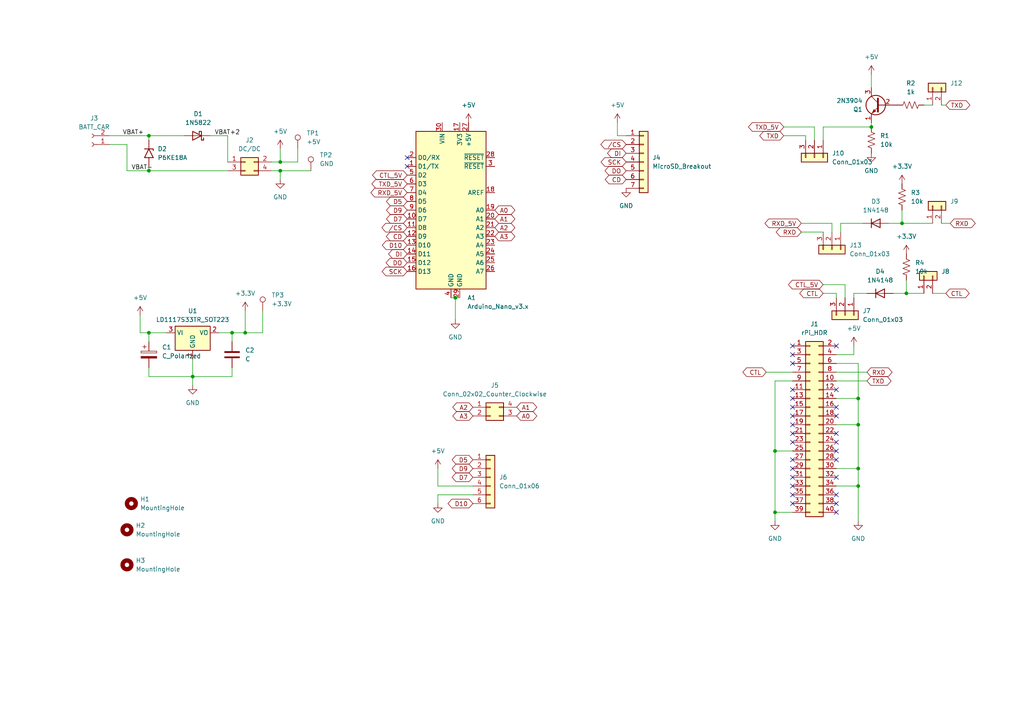
<source format=kicad_sch>
(kicad_sch (version 20230121) (generator eeschema)
  (paper "A4")
  (lib_symbols
    (symbol "Connector:Conn_01x02_Socket" (pin_names (offset 1.016) hide)
      (property "Reference" "J" (at 0 2.54 0))
      (property "Value" "Conn_01x02_Socket" (at 0 -5.08 0))
      (symbol "Conn_01x02_Socket_1_1"
        (arc (start 0 -2.032) (mid -0.5058 -2.54) (end 0 -3.048) (stroke (width 0.1524)))
        (polyline (pts (xy -1.27 -2.54) (xy -0.508 -2.54)) (stroke (width 0.1524)))
        (polyline (pts (xy -1.27 0) (xy -0.508 0)) (stroke (width 0.1524)))
        (arc (start 0 0.508) (mid -0.5058 0) (end 0 -0.508) (stroke (width 0.1524)))
        (pin passive line (at -5.08 0 0) (length 3.81) (name "Pin_1") (number "1"))
        (pin passive line (at -5.08 -2.54 0) (length 3.81) (name "Pin_2") (number "2"))
      )
    )
    (symbol "Connector:TestPoint" (pin_numbers hide) (pin_names (offset 0.762) hide)
      (property "Reference" "TP" (at 0 6.858 0))
      (property "Value" "TestPoint" (at 0 5.08 0))
      (symbol "TestPoint_0_1"
        (circle (center 0 3.302) (radius 0.762))
      )
      (symbol "TestPoint_1_1"
        (pin passive line (at 0 0 90) (length 2.54) (name "1") (number "1"))
      )
    )
    (symbol "Connector_Generic:Conn_01x02" (pin_names (offset 1.016) hide)
      (property "Reference" "J" (at 0 2.54 0))
      (property "Value" "Conn_01x02" (at 0 -5.08 0))
      (symbol "Conn_01x02_1_1"
        (rectangle (start -1.27 -2.413) (end 0 -2.667) (stroke (width 0.1524)))
        (rectangle (start -1.27 0.127) (end 0 -0.127) (stroke (width 0.1524)))
        (rectangle (start -1.27 1.27) (end 1.27 -3.81) (stroke (width 0.254)) (fill (type background)))
        (pin passive line (at -5.08 0 0) (length 3.81) (name "Pin_1") (number "1"))
        (pin passive line (at -5.08 -2.54 0) (length 3.81) (name "Pin_2") (number "2"))
      )
    )
    (symbol "Connector_Generic:Conn_01x03" (pin_names (offset 1.016) hide)
      (property "Reference" "J" (at 0 5.08 0))
      (property "Value" "Conn_01x03" (at 0 -5.08 0))
      (symbol "Conn_01x03_1_1"
        (rectangle (start -1.27 -2.413) (end 0 -2.667) (stroke (width 0.1524)))
        (rectangle (start -1.27 0.127) (end 0 -0.127) (stroke (width 0.1524)))
        (rectangle (start -1.27 2.667) (end 0 2.413) (stroke (width 0.1524)))
        (rectangle (start -1.27 3.81) (end 1.27 -3.81) (stroke (width 0.254)) (fill (type background)))
        (pin passive line (at -5.08 2.54 0) (length 3.81) (name "Pin_1") (number "1"))
        (pin passive line (at -5.08 0 0) (length 3.81) (name "Pin_2") (number "2"))
        (pin passive line (at -5.08 -2.54 0) (length 3.81) (name "Pin_3") (number "3"))
      )
    )
    (symbol "Connector_Generic:Conn_01x06" (pin_names (offset 1.016) hide)
      (property "Reference" "J" (at 0 7.62 0))
      (property "Value" "Conn_01x06" (at 0 -10.16 0))
      (symbol "Conn_01x06_1_1"
        (rectangle (start -1.27 -7.493) (end 0 -7.747) (stroke (width 0.1524)))
        (rectangle (start -1.27 -4.953) (end 0 -5.207) (stroke (width 0.1524)))
        (rectangle (start -1.27 -2.413) (end 0 -2.667) (stroke (width 0.1524)))
        (rectangle (start -1.27 0.127) (end 0 -0.127) (stroke (width 0.1524)))
        (rectangle (start -1.27 2.667) (end 0 2.413) (stroke (width 0.1524)))
        (rectangle (start -1.27 5.207) (end 0 4.953) (stroke (width 0.1524)))
        (rectangle (start -1.27 6.35) (end 1.27 -8.89) (stroke (width 0.254)) (fill (type background)))
        (pin passive line (at -5.08 5.08 0) (length 3.81) (name "Pin_1") (number "1"))
        (pin passive line (at -5.08 2.54 0) (length 3.81) (name "Pin_2") (number "2"))
        (pin passive line (at -5.08 0 0) (length 3.81) (name "Pin_3") (number "3"))
        (pin passive line (at -5.08 -2.54 0) (length 3.81) (name "Pin_4") (number "4"))
        (pin passive line (at -5.08 -5.08 0) (length 3.81) (name "Pin_5") (number "5"))
        (pin passive line (at -5.08 -7.62 0) (length 3.81) (name "Pin_6") (number "6"))
      )
    )
    (symbol "Connector_Generic:Conn_01x07" (pin_names (offset 1.016) hide)
      (property "Reference" "J" (at 0 10.16 0))
      (property "Value" "Conn_01x07" (at 0 -10.16 0))
      (symbol "Conn_01x07_1_1"
        (rectangle (start -1.27 -7.493) (end 0 -7.747) (stroke (width 0.1524)))
        (rectangle (start -1.27 -4.953) (end 0 -5.207) (stroke (width 0.1524)))
        (rectangle (start -1.27 -2.413) (end 0 -2.667) (stroke (width 0.1524)))
        (rectangle (start -1.27 0.127) (end 0 -0.127) (stroke (width 0.1524)))
        (rectangle (start -1.27 2.667) (end 0 2.413) (stroke (width 0.1524)))
        (rectangle (start -1.27 5.207) (end 0 4.953) (stroke (width 0.1524)))
        (rectangle (start -1.27 7.747) (end 0 7.493) (stroke (width 0.1524)))
        (rectangle (start -1.27 8.89) (end 1.27 -8.89) (stroke (width 0.254)) (fill (type background)))
        (pin passive line (at -5.08 7.62 0) (length 3.81) (name "Pin_1") (number "1"))
        (pin passive line (at -5.08 5.08 0) (length 3.81) (name "Pin_2") (number "2"))
        (pin passive line (at -5.08 2.54 0) (length 3.81) (name "Pin_3") (number "3"))
        (pin passive line (at -5.08 0 0) (length 3.81) (name "Pin_4") (number "4"))
        (pin passive line (at -5.08 -2.54 0) (length 3.81) (name "Pin_5") (number "5"))
        (pin passive line (at -5.08 -5.08 0) (length 3.81) (name "Pin_6") (number "6"))
        (pin passive line (at -5.08 -7.62 0) (length 3.81) (name "Pin_7") (number "7"))
      )
    )
    (symbol "Connector_Generic:Conn_02x02_Counter_Clockwise" (pin_names (offset 1.016) hide)
      (property "Reference" "J" (at 1.27 2.54 0))
      (property "Value" "Conn_02x02_Counter_Clockwise" (at 1.27 -5.08 0))
      (symbol "Conn_02x02_Counter_Clockwise_1_1"
        (rectangle (start -1.27 -2.413) (end 0 -2.667) (stroke (width 0.1524)))
        (rectangle (start -1.27 0.127) (end 0 -0.127) (stroke (width 0.1524)))
        (rectangle (start -1.27 1.27) (end 3.81 -3.81) (stroke (width 0.254)) (fill (type background)))
        (rectangle (start 3.81 -2.413) (end 2.54 -2.667) (stroke (width 0.1524)))
        (rectangle (start 3.81 0.127) (end 2.54 -0.127) (stroke (width 0.1524)))
        (pin passive line (at -5.08 0 0) (length 3.81) (name "Pin_1") (number "1"))
        (pin passive line (at -5.08 -2.54 0) (length 3.81) (name "Pin_2") (number "2"))
        (pin passive line (at 7.62 -2.54 180) (length 3.81) (name "Pin_3") (number "3"))
        (pin passive line (at 7.62 0 180) (length 3.81) (name "Pin_4") (number "4"))
      )
    )
    (symbol "Connector_Generic:Conn_02x02_Odd_Even" (pin_names (offset 1.016) hide)
      (property "Reference" "J" (at 1.27 2.54 0))
      (property "Value" "Conn_02x02_Odd_Even" (at 1.27 -5.08 0))
      (symbol "Conn_02x02_Odd_Even_1_1"
        (rectangle (start -1.27 -2.413) (end 0 -2.667) (stroke (width 0.1524)))
        (rectangle (start -1.27 0.127) (end 0 -0.127) (stroke (width 0.1524)))
        (rectangle (start -1.27 1.27) (end 3.81 -3.81) (stroke (width 0.254)) (fill (type background)))
        (rectangle (start 3.81 -2.413) (end 2.54 -2.667) (stroke (width 0.1524)))
        (rectangle (start 3.81 0.127) (end 2.54 -0.127) (stroke (width 0.1524)))
        (pin passive line (at -5.08 0 0) (length 3.81) (name "Pin_1") (number "1"))
        (pin passive line (at 7.62 0 180) (length 3.81) (name "Pin_2") (number "2"))
        (pin passive line (at -5.08 -2.54 0) (length 3.81) (name "Pin_3") (number "3"))
        (pin passive line (at 7.62 -2.54 180) (length 3.81) (name "Pin_4") (number "4"))
      )
    )
    (symbol "Connector_Generic:Conn_02x20_Odd_Even" (pin_names (offset 1.016) hide)
      (property "Reference" "J" (at 1.27 25.4 0))
      (property "Value" "Conn_02x20_Odd_Even" (at 1.27 -27.94 0))
      (symbol "Conn_02x20_Odd_Even_1_1"
        (rectangle (start -1.27 -25.273) (end 0 -25.527) (stroke (width 0.1524)))
        (rectangle (start -1.27 -22.733) (end 0 -22.987) (stroke (width 0.1524)))
        (rectangle (start -1.27 -20.193) (end 0 -20.447) (stroke (width 0.1524)))
        (rectangle (start -1.27 -17.653) (end 0 -17.907) (stroke (width 0.1524)))
        (rectangle (start -1.27 -15.113) (end 0 -15.367) (stroke (width 0.1524)))
        (rectangle (start -1.27 -12.573) (end 0 -12.827) (stroke (width 0.1524)))
        (rectangle (start -1.27 -10.033) (end 0 -10.287) (stroke (width 0.1524)))
        (rectangle (start -1.27 -7.493) (end 0 -7.747) (stroke (width 0.1524)))
        (rectangle (start -1.27 -4.953) (end 0 -5.207) (stroke (width 0.1524)))
        (rectangle (start -1.27 -2.413) (end 0 -2.667) (stroke (width 0.1524)))
        (rectangle (start -1.27 0.127) (end 0 -0.127) (stroke (width 0.1524)))
        (rectangle (start -1.27 2.667) (end 0 2.413) (stroke (width 0.1524)))
        (rectangle (start -1.27 5.207) (end 0 4.953) (stroke (width 0.1524)))
        (rectangle (start -1.27 7.747) (end 0 7.493) (stroke (width 0.1524)))
        (rectangle (start -1.27 10.287) (end 0 10.033) (stroke (width 0.1524)))
        (rectangle (start -1.27 12.827) (end 0 12.573) (stroke (width 0.1524)))
        (rectangle (start -1.27 15.367) (end 0 15.113) (stroke (width 0.1524)))
        (rectangle (start -1.27 17.907) (end 0 17.653) (stroke (width 0.1524)))
        (rectangle (start -1.27 20.447) (end 0 20.193) (stroke (width 0.1524)))
        (rectangle (start -1.27 22.987) (end 0 22.733) (stroke (width 0.1524)))
        (rectangle (start -1.27 24.13) (end 3.81 -26.67) (stroke (width 0.254)) (fill (type background)))
        (rectangle (start 3.81 -25.273) (end 2.54 -25.527) (stroke (width 0.1524)))
        (rectangle (start 3.81 -22.733) (end 2.54 -22.987) (stroke (width 0.1524)))
        (rectangle (start 3.81 -20.193) (end 2.54 -20.447) (stroke (width 0.1524)))
        (rectangle (start 3.81 -17.653) (end 2.54 -17.907) (stroke (width 0.1524)))
        (rectangle (start 3.81 -15.113) (end 2.54 -15.367) (stroke (width 0.1524)))
        (rectangle (start 3.81 -12.573) (end 2.54 -12.827) (stroke (width 0.1524)))
        (rectangle (start 3.81 -10.033) (end 2.54 -10.287) (stroke (width 0.1524)))
        (rectangle (start 3.81 -7.493) (end 2.54 -7.747) (stroke (width 0.1524)))
        (rectangle (start 3.81 -4.953) (end 2.54 -5.207) (stroke (width 0.1524)))
        (rectangle (start 3.81 -2.413) (end 2.54 -2.667) (stroke (width 0.1524)))
        (rectangle (start 3.81 0.127) (end 2.54 -0.127) (stroke (width 0.1524)))
        (rectangle (start 3.81 2.667) (end 2.54 2.413) (stroke (width 0.1524)))
        (rectangle (start 3.81 5.207) (end 2.54 4.953) (stroke (width 0.1524)))
        (rectangle (start 3.81 7.747) (end 2.54 7.493) (stroke (width 0.1524)))
        (rectangle (start 3.81 10.287) (end 2.54 10.033) (stroke (width 0.1524)))
        (rectangle (start 3.81 12.827) (end 2.54 12.573) (stroke (width 0.1524)))
        (rectangle (start 3.81 15.367) (end 2.54 15.113) (stroke (width 0.1524)))
        (rectangle (start 3.81 17.907) (end 2.54 17.653) (stroke (width 0.1524)))
        (rectangle (start 3.81 20.447) (end 2.54 20.193) (stroke (width 0.1524)))
        (rectangle (start 3.81 22.987) (end 2.54 22.733) (stroke (width 0.1524)))
        (pin passive line (at -5.08 22.86 0) (length 3.81) (name "Pin_1") (number "1"))
        (pin passive line (at 7.62 12.7 180) (length 3.81) (name "Pin_10") (number "10"))
        (pin passive line (at -5.08 10.16 0) (length 3.81) (name "Pin_11") (number "11"))
        (pin passive line (at 7.62 10.16 180) (length 3.81) (name "Pin_12") (number "12"))
        (pin passive line (at -5.08 7.62 0) (length 3.81) (name "Pin_13") (number "13"))
        (pin passive line (at 7.62 7.62 180) (length 3.81) (name "Pin_14") (number "14"))
        (pin passive line (at -5.08 5.08 0) (length 3.81) (name "Pin_15") (number "15"))
        (pin passive line (at 7.62 5.08 180) (length 3.81) (name "Pin_16") (number "16"))
        (pin passive line (at -5.08 2.54 0) (length 3.81) (name "Pin_17") (number "17"))
        (pin passive line (at 7.62 2.54 180) (length 3.81) (name "Pin_18") (number "18"))
        (pin passive line (at -5.08 0 0) (length 3.81) (name "Pin_19") (number "19"))
        (pin passive line (at 7.62 22.86 180) (length 3.81) (name "Pin_2") (number "2"))
        (pin passive line (at 7.62 0 180) (length 3.81) (name "Pin_20") (number "20"))
        (pin passive line (at -5.08 -2.54 0) (length 3.81) (name "Pin_21") (number "21"))
        (pin passive line (at 7.62 -2.54 180) (length 3.81) (name "Pin_22") (number "22"))
        (pin passive line (at -5.08 -5.08 0) (length 3.81) (name "Pin_23") (number "23"))
        (pin passive line (at 7.62 -5.08 180) (length 3.81) (name "Pin_24") (number "24"))
        (pin passive line (at -5.08 -7.62 0) (length 3.81) (name "Pin_25") (number "25"))
        (pin passive line (at 7.62 -7.62 180) (length 3.81) (name "Pin_26") (number "26"))
        (pin passive line (at -5.08 -10.16 0) (length 3.81) (name "Pin_27") (number "27"))
        (pin passive line (at 7.62 -10.16 180) (length 3.81) (name "Pin_28") (number "28"))
        (pin passive line (at -5.08 -12.7 0) (length 3.81) (name "Pin_29") (number "29"))
        (pin passive line (at -5.08 20.32 0) (length 3.81) (name "Pin_3") (number "3"))
        (pin passive line (at 7.62 -12.7 180) (length 3.81) (name "Pin_30") (number "30"))
        (pin passive line (at -5.08 -15.24 0) (length 3.81) (name "Pin_31") (number "31"))
        (pin passive line (at 7.62 -15.24 180) (length 3.81) (name "Pin_32") (number "32"))
        (pin passive line (at -5.08 -17.78 0) (length 3.81) (name "Pin_33") (number "33"))
        (pin passive line (at 7.62 -17.78 180) (length 3.81) (name "Pin_34") (number "34"))
        (pin passive line (at -5.08 -20.32 0) (length 3.81) (name "Pin_35") (number "35"))
        (pin passive line (at 7.62 -20.32 180) (length 3.81) (name "Pin_36") (number "36"))
        (pin passive line (at -5.08 -22.86 0) (length 3.81) (name "Pin_37") (number "37"))
        (pin passive line (at 7.62 -22.86 180) (length 3.81) (name "Pin_38") (number "38"))
        (pin passive line (at -5.08 -25.4 0) (length 3.81) (name "Pin_39") (number "39"))
        (pin passive line (at 7.62 20.32 180) (length 3.81) (name "Pin_4") (number "4"))
        (pin passive line (at 7.62 -25.4 180) (length 3.81) (name "Pin_40") (number "40"))
        (pin passive line (at -5.08 17.78 0) (length 3.81) (name "Pin_5") (number "5"))
        (pin passive line (at 7.62 17.78 180) (length 3.81) (name "Pin_6") (number "6"))
        (pin passive line (at -5.08 15.24 0) (length 3.81) (name "Pin_7") (number "7"))
        (pin passive line (at 7.62 15.24 180) (length 3.81) (name "Pin_8") (number "8"))
        (pin passive line (at -5.08 12.7 0) (length 3.81) (name "Pin_9") (number "9"))
      )
    )
    (symbol "Device:C" (pin_numbers hide) (pin_names (offset 0.254))
      (property "Reference" "C" (at 0.635 2.54 0))
      (property "Value" "C" (at 0.635 -2.54 0))
      (symbol "C_0_1"
        (polyline (pts (xy -2.032 -0.762) (xy 2.032 -0.762)) (stroke (width 0.508)))
        (polyline (pts (xy -2.032 0.762) (xy 2.032 0.762)) (stroke (width 0.508)))
      )
      (symbol "C_1_1"
        (pin passive line (at 0 3.81 270) (length 2.794) (name "~") (number "1"))
        (pin passive line (at 0 -3.81 90) (length 2.794) (name "~") (number "2"))
      )
    )
    (symbol "Device:C_Polarized" (pin_numbers hide) (pin_names (offset 0.254))
      (property "Reference" "C" (at 0.635 2.54 0))
      (property "Value" "C_Polarized" (at 0.635 -2.54 0))
      (symbol "C_Polarized_0_1"
        (rectangle (start -2.286 0.508) (end 2.286 1.016))
        (polyline (pts (xy -1.778 2.286) (xy -0.762 2.286)))
        (polyline (pts (xy -1.27 2.794) (xy -1.27 1.778)))
        (rectangle (start 2.286 -0.508) (end -2.286 -1.016) (fill (type outline)))
      )
      (symbol "C_Polarized_1_1"
        (pin passive line (at 0 3.81 270) (length 2.794) (name "~") (number "1"))
        (pin passive line (at 0 -3.81 90) (length 2.794) (name "~") (number "2"))
      )
    )
    (symbol "Device:R_US" (pin_numbers hide) (pin_names (offset 0))
      (property "Reference" "R" (at 2.54 0 90))
      (property "Value" "R_US" (at -2.54 0 90))
      (symbol "R_US_0_1"
        (polyline (pts (xy 0 -2.286) (xy 0 -2.54)))
        (polyline (pts (xy 0 2.286) (xy 0 2.54)))
        (polyline (pts (xy 0 -0.762) (xy 1.016 -1.143) (xy 0 -1.524) (xy -1.016 -1.905) (xy 0 -2.286)))
        (polyline (pts (xy 0 0.762) (xy 1.016 0.381) (xy 0 0) (xy -1.016 -0.381) (xy 0 -0.762)))
        (polyline (pts (xy 0 2.286) (xy 1.016 1.905) (xy 0 1.524) (xy -1.016 1.143) (xy 0 0.762)))
      )
      (symbol "R_US_1_1"
        (pin passive line (at 0 3.81 270) (length 1.27) (name "~") (number "1"))
        (pin passive line (at 0 -3.81 90) (length 1.27) (name "~") (number "2"))
      )
    )
    (symbol "Diode:1.5KExxA" (pin_numbers hide) (pin_names (offset 1.016) hide)
      (property "Reference" "D" (at 0 2.54 0))
      (property "Value" "1.5KExxA" (at 0 -2.54 0))
      (symbol "1.5KExxA_0_1"
        (polyline (pts (xy -0.762 1.27) (xy -1.27 1.27) (xy -1.27 -1.27)) (stroke (width 0.254)))
        (polyline (pts (xy 1.27 1.27) (xy 1.27 -1.27) (xy -1.27 0) (xy 1.27 1.27)) (stroke (width 0.254)))
      )
      (symbol "1.5KExxA_1_1"
        (pin passive line (at -3.81 0 0) (length 2.54) (name "A1") (number "1"))
        (pin passive line (at 3.81 0 180) (length 2.54) (name "A2") (number "2"))
      )
    )
    (symbol "Diode:1N4148" (pin_numbers hide) (pin_names hide)
      (property "Reference" "D" (at 0 2.54 0))
      (property "Value" "1N4148" (at 0 -2.54 0))
      (symbol "1N4148_0_1"
        (polyline (pts (xy -1.27 1.27) (xy -1.27 -1.27)) (stroke (width 0.254)))
        (polyline (pts (xy 1.27 0) (xy -1.27 0)))
        (polyline (pts (xy 1.27 1.27) (xy 1.27 -1.27) (xy -1.27 0) (xy 1.27 1.27)) (stroke (width 0.254)))
      )
      (symbol "1N4148_1_1"
        (pin passive line (at -3.81 0 0) (length 2.54) (name "K") (number "1"))
        (pin passive line (at 3.81 0 180) (length 2.54) (name "A") (number "2"))
      )
    )
    (symbol "Diode:1N5822" (pin_numbers hide) (pin_names (offset 1.016) hide)
      (property "Reference" "D" (at 0 2.54 0))
      (property "Value" "1N5822" (at 0 -2.54 0))
      (symbol "1N5822_0_1"
        (polyline (pts (xy 1.27 0) (xy -1.27 0)))
        (polyline (pts (xy 1.27 1.27) (xy 1.27 -1.27) (xy -1.27 0) (xy 1.27 1.27)) (stroke (width 0.254)))
        (polyline (pts (xy -1.905 0.635) (xy -1.905 1.27) (xy -1.27 1.27) (xy -1.27 -1.27) (xy -0.635 -1.27) (xy -0.635 -0.635)) (stroke (width 0.254)))
      )
      (symbol "1N5822_1_1"
        (pin passive line (at -3.81 0 0) (length 2.54) (name "K") (number "1"))
        (pin passive line (at 3.81 0 180) (length 2.54) (name "A") (number "2"))
      )
    )
    (symbol "MCU_Module:Arduino_Nano_v3.x"
      (property "Reference" "A" (at -10.16 23.495 0))
      (property "Value" "Arduino_Nano_v3.x" (at 5.08 -24.13 0))
      (symbol "Arduino_Nano_v3.x_0_1"
        (rectangle (start -10.16 22.86) (end 10.16 -22.86) (stroke (width 0.254)) (fill (type background)))
      )
      (symbol "Arduino_Nano_v3.x_1_1"
        (pin bidirectional line (at -12.7 12.7 0) (length 2.54) (name "D1/TX") (number "1"))
        (pin bidirectional line (at -12.7 -2.54 0) (length 2.54) (name "D7") (number "10"))
        (pin bidirectional line (at -12.7 -5.08 0) (length 2.54) (name "D8") (number "11"))
        (pin bidirectional line (at -12.7 -7.62 0) (length 2.54) (name "D9") (number "12"))
        (pin bidirectional line (at -12.7 -10.16 0) (length 2.54) (name "D10") (number "13"))
        (pin bidirectional line (at -12.7 -12.7 0) (length 2.54) (name "D11") (number "14"))
        (pin bidirectional line (at -12.7 -15.24 0) (length 2.54) (name "D12") (number "15"))
        (pin bidirectional line (at -12.7 -17.78 0) (length 2.54) (name "D13") (number "16"))
        (pin power_out line (at 2.54 25.4 270) (length 2.54) (name "3V3") (number "17"))
        (pin input line (at 12.7 5.08 180) (length 2.54) (name "AREF") (number "18"))
        (pin bidirectional line (at 12.7 0 180) (length 2.54) (name "A0") (number "19"))
        (pin bidirectional line (at -12.7 15.24 0) (length 2.54) (name "D0/RX") (number "2"))
        (pin bidirectional line (at 12.7 -2.54 180) (length 2.54) (name "A1") (number "20"))
        (pin bidirectional line (at 12.7 -5.08 180) (length 2.54) (name "A2") (number "21"))
        (pin bidirectional line (at 12.7 -7.62 180) (length 2.54) (name "A3") (number "22"))
        (pin bidirectional line (at 12.7 -10.16 180) (length 2.54) (name "A4") (number "23"))
        (pin bidirectional line (at 12.7 -12.7 180) (length 2.54) (name "A5") (number "24"))
        (pin bidirectional line (at 12.7 -15.24 180) (length 2.54) (name "A6") (number "25"))
        (pin bidirectional line (at 12.7 -17.78 180) (length 2.54) (name "A7") (number "26"))
        (pin power_out line (at 5.08 25.4 270) (length 2.54) (name "+5V") (number "27"))
        (pin input line (at 12.7 15.24 180) (length 2.54) (name "~{RESET}") (number "28"))
        (pin power_in line (at 2.54 -25.4 90) (length 2.54) (name "GND") (number "29"))
        (pin input line (at 12.7 12.7 180) (length 2.54) (name "~{RESET}") (number "3"))
        (pin power_in line (at -2.54 25.4 270) (length 2.54) (name "VIN") (number "30"))
        (pin power_in line (at 0 -25.4 90) (length 2.54) (name "GND") (number "4"))
        (pin bidirectional line (at -12.7 10.16 0) (length 2.54) (name "D2") (number "5"))
        (pin bidirectional line (at -12.7 7.62 0) (length 2.54) (name "D3") (number "6"))
        (pin bidirectional line (at -12.7 5.08 0) (length 2.54) (name "D4") (number "7"))
        (pin bidirectional line (at -12.7 2.54 0) (length 2.54) (name "D5") (number "8"))
        (pin bidirectional line (at -12.7 0 0) (length 2.54) (name "D6") (number "9"))
      )
    )
    (symbol "Mechanical:MountingHole" (pin_names (offset 1.016))
      (property "Reference" "H" (at 0 5.08 0))
      (property "Value" "MountingHole" (at 0 3.175 0))
      (symbol "MountingHole_0_1"
        (circle (center 0 0) (radius 1.27) (stroke (width 1.27)))
      )
    )
    (symbol "Regulator_Linear:LD1117S33TR_SOT223"
      (property "Reference" "U" (at -3.81 3.175 0))
      (property "Value" "LD1117S33TR_SOT223" (at 0 3.175 0))
      (symbol "LD1117S33TR_SOT223_0_1"
        (rectangle (start -5.08 -5.08) (end 5.08 1.905) (stroke (width 0.254)) (fill (type background)))
      )
      (symbol "LD1117S33TR_SOT223_1_1"
        (pin power_in line (at 0 -7.62 90) (length 2.54) (name "GND") (number "1"))
        (pin power_out line (at 7.62 0 180) (length 2.54) (name "VO") (number "2"))
        (pin power_in line (at -7.62 0 0) (length 2.54) (name "VI") (number "3"))
      )
    )
    (symbol "Transistor_BJT:2N3904" (pin_names (offset 0) hide)
      (property "Reference" "Q" (at 5.08 1.905 0))
      (property "Value" "2N3904" (at 5.08 0 0))
      (symbol "2N3904_0_1"
        (polyline (pts (xy 0.635 0.635) (xy 2.54 2.54)))
        (polyline (pts (xy 0.635 -0.635) (xy 2.54 -2.54) (xy 2.54 -2.54)))
        (polyline (pts (xy 0.635 1.905) (xy 0.635 -1.905) (xy 0.635 -1.905)) (stroke (width 0.508)))
        (polyline (pts (xy 1.27 -1.778) (xy 1.778 -1.27) (xy 2.286 -2.286) (xy 1.27 -1.778) (xy 1.27 -1.778)) (fill (type outline)))
        (circle (center 1.27 0) (radius 2.8194) (stroke (width 0.254)))
      )
      (symbol "2N3904_1_1"
        (pin passive line (at 2.54 -5.08 90) (length 2.54) (name "E") (number "1"))
        (pin passive line (at -5.08 0 0) (length 5.715) (name "B") (number "2"))
        (pin passive line (at 2.54 5.08 270) (length 2.54) (name "C") (number "3"))
      )
    )
    (symbol "power:+3.3V" (power) (pin_names (offset 0))
      (property "Value" "+3.3V" (at 0 3.556 0))
      (symbol "+3.3V_0_1"
        (polyline (pts (xy -0.762 1.27) (xy 0 2.54)))
        (polyline (pts (xy 0 0) (xy 0 2.54)))
        (polyline (pts (xy 0 2.54) (xy 0.762 1.27)))
      )
      (symbol "+3.3V_1_1"
        (pin power_in line (at 0 0 90) (length 0) hide (name "+3.3V") (number "1"))
      )
    )
    (symbol "power:+5V" (power) (pin_names (offset 0))
      (property "Value" "+5V" (at 0 3.556 0))
      (symbol "+5V_0_1"
        (polyline (pts (xy -0.762 1.27) (xy 0 2.54)))
        (polyline (pts (xy 0 0) (xy 0 2.54)))
        (polyline (pts (xy 0 2.54) (xy 0.762 1.27)))
      )
      (symbol "+5V_1_1"
        (pin power_in line (at 0 0 90) (length 0) hide (name "+5V") (number "1"))
      )
    )
    (symbol "power:GND" (power) (pin_names (offset 0))
      (property "Value" "GND" (at 0 -3.81 0))
      (symbol "GND_0_1"
        (polyline (pts (xy 0 0) (xy 0 -1.27) (xy 1.27 -1.27) (xy 0 -2.54) (xy -1.27 -1.27) (xy 0 -1.27)))
      )
      (symbol "GND_1_1"
        (pin power_in line (at 0 0 270) (length 0) hide (name "GND") (number "1"))
      )
    )
  )
  (junction (at 71.12 96.52))
  (junction (at 132.08 86.36))
  (junction (at 81.28 46.99))
  (junction (at 248.92 123.19))
  (junction (at 261.62 64.77))
  (junction (at 43.18 96.52))
  (junction (at 248.92 115.57))
  (junction (at 262.89 85.09))
  (junction (at 43.18 39.37))
  (junction (at 248.92 140.97))
  (junction (at 224.79 130.81))
  (junction (at 224.79 148.59))
  (junction (at 43.18 49.53))
  (junction (at 81.28 49.53))
  (junction (at 55.88 109.22))
  (junction (at 252.73 36.83))
  (junction (at 248.92 135.89))
  (junction (at 67.31 96.52))
  (no_connect (at 229.87 113.03))
  (no_connect (at 229.87 105.41))
  (no_connect (at 242.57 130.81))
  (no_connect (at 229.87 135.89))
  (no_connect (at 242.57 118.11))
  (no_connect (at 229.87 146.05))
  (no_connect (at 229.87 128.27))
  (no_connect (at 242.57 146.05))
  (no_connect (at 229.87 140.97))
  (no_connect (at 242.57 125.73))
  (no_connect (at 229.87 118.11))
  (no_connect (at 118.11 45.72))
  (no_connect (at 229.87 123.19))
  (no_connect (at 229.87 120.65))
  (no_connect (at 242.57 138.43))
  (no_connect (at 242.57 113.03))
  (no_connect (at 242.57 143.51))
  (no_connect (at 229.87 102.87))
  (no_connect (at 229.87 100.33))
  (no_connect (at 242.57 133.35))
  (no_connect (at 118.11 48.26))
  (no_connect (at 229.87 133.35))
  (no_connect (at 229.87 138.43))
  (no_connect (at 242.57 148.59))
  (no_connect (at 242.57 128.27))
  (no_connect (at 229.87 125.73))
  (no_connect (at 229.87 115.57))
  (no_connect (at 242.57 120.65))
  (no_connect (at 229.87 143.51))
  (no_connect (at 242.57 100.33))
  (wire (pts (xy 55.88 109.22) (xy 55.88 104.14)))
  (wire (pts (xy 238.76 85.09) (xy 242.57 85.09)))
  (wire (pts (xy 274.32 85.09) (xy 270.51 85.09)))
  (wire (pts (xy 252.73 36.83) (xy 252.73 35.56)))
  (wire (pts (xy 248.92 105.41) (xy 248.92 115.57)))
  (wire (pts (xy 248.92 135.89) (xy 248.92 140.97)))
  (wire (pts (xy 137.16 143.51) (xy 127 143.51)))
  (wire (pts (xy 67.31 96.52) (xy 71.12 96.52)))
  (wire (pts (xy 132.08 86.36) (xy 130.81 86.36)))
  (wire (pts (xy 275.59 64.77) (xy 273.05 64.77)))
  (wire (pts (xy 43.18 39.37) (xy 43.18 40.64)))
  (wire (pts (xy 267.97 85.09) (xy 262.89 85.09)))
  (wire (pts (xy 242.57 107.95) (xy 251.46 107.95)))
  (wire (pts (xy 245.11 82.55) (xy 245.11 86.36)))
  (wire (pts (xy 43.18 106.68) (xy 43.18 109.22)))
  (wire (pts (xy 259.08 85.09) (xy 262.89 85.09)))
  (wire (pts (xy 242.57 110.49) (xy 251.46 110.49)))
  (wire (pts (xy 222.25 107.95) (xy 229.87 107.95)))
  (wire (pts (xy 76.2 96.52) (xy 71.12 96.52)))
  (wire (pts (xy 267.97 30.48) (xy 270.51 30.48)))
  (wire (pts (xy 247.65 85.09) (xy 247.65 86.36)))
  (wire (pts (xy 243.84 64.77) (xy 243.84 67.31)))
  (wire (pts (xy 78.74 49.53) (xy 81.28 49.53)))
  (wire (pts (xy 229.87 130.81) (xy 224.79 130.81)))
  (wire (pts (xy 242.57 85.09) (xy 242.57 86.36)))
  (wire (pts (xy 67.31 106.68) (xy 67.31 109.22)))
  (wire (pts (xy 233.68 39.37) (xy 227.33 39.37)))
  (wire (pts (xy 76.2 90.17) (xy 76.2 96.52)))
  (wire (pts (xy 36.83 49.53) (xy 43.18 49.53)))
  (wire (pts (xy 248.92 123.19) (xy 248.92 135.89)))
  (wire (pts (xy 71.12 96.52) (xy 71.12 90.17)))
  (wire (pts (xy 261.62 64.77) (xy 261.62 60.96)))
  (wire (pts (xy 43.18 109.22) (xy 55.88 109.22)))
  (wire (pts (xy 229.87 148.59) (xy 224.79 148.59)))
  (wire (pts (xy 229.87 110.49) (xy 224.79 110.49)))
  (wire (pts (xy 248.92 140.97) (xy 248.92 151.13)))
  (wire (pts (xy 86.36 43.18) (xy 86.36 46.99)))
  (wire (pts (xy 81.28 43.18) (xy 81.28 46.99)))
  (wire (pts (xy 127 140.97) (xy 127 135.89)))
  (wire (pts (xy 224.79 148.59) (xy 224.79 151.13)))
  (wire (pts (xy 36.83 41.91) (xy 36.83 49.53)))
  (wire (pts (xy 232.41 67.31) (xy 238.76 67.31)))
  (wire (pts (xy 270.51 64.77) (xy 261.62 64.77)))
  (wire (pts (xy 40.64 96.52) (xy 40.64 91.44)))
  (wire (pts (xy 86.36 46.99) (xy 81.28 46.99)))
  (wire (pts (xy 257.81 64.77) (xy 261.62 64.77)))
  (wire (pts (xy 55.88 109.22) (xy 67.31 109.22)))
  (wire (pts (xy 63.5 96.52) (xy 67.31 96.52)))
  (wire (pts (xy 31.75 41.91) (xy 36.83 41.91)))
  (wire (pts (xy 233.68 40.64) (xy 233.68 39.37)))
  (wire (pts (xy 250.19 64.77) (xy 243.84 64.77)))
  (wire (pts (xy 238.76 82.55) (xy 245.11 82.55)))
  (wire (pts (xy 66.04 39.37) (xy 66.04 46.99)))
  (wire (pts (xy 242.57 135.89) (xy 248.92 135.89)))
  (wire (pts (xy 247.65 102.87) (xy 242.57 102.87)))
  (wire (pts (xy 60.96 39.37) (xy 66.04 39.37)))
  (wire (pts (xy 242.57 105.41) (xy 248.92 105.41)))
  (wire (pts (xy 262.89 85.09) (xy 262.89 81.28)))
  (wire (pts (xy 242.57 123.19) (xy 248.92 123.19)))
  (wire (pts (xy 252.73 21.59) (xy 252.73 25.4)))
  (wire (pts (xy 48.26 96.52) (xy 43.18 96.52)))
  (wire (pts (xy 232.41 64.77) (xy 241.3 64.77)))
  (wire (pts (xy 247.65 100.33) (xy 247.65 102.87)))
  (wire (pts (xy 241.3 64.77) (xy 241.3 67.31)))
  (wire (pts (xy 224.79 130.81) (xy 224.79 148.59)))
  (wire (pts (xy 236.22 36.83) (xy 236.22 40.64)))
  (wire (pts (xy 43.18 48.26) (xy 43.18 49.53)))
  (wire (pts (xy 227.33 36.83) (xy 236.22 36.83)))
  (wire (pts (xy 43.18 96.52) (xy 43.18 99.06)))
  (wire (pts (xy 238.76 36.83) (xy 238.76 40.64)))
  (wire (pts (xy 81.28 49.53) (xy 81.28 52.07)))
  (wire (pts (xy 133.35 86.36) (xy 132.08 86.36)))
  (wire (pts (xy 242.57 140.97) (xy 248.92 140.97)))
  (wire (pts (xy 137.16 140.97) (xy 127 140.97)))
  (wire (pts (xy 224.79 110.49) (xy 224.79 130.81)))
  (wire (pts (xy 127 143.51) (xy 127 146.05)))
  (wire (pts (xy 242.57 115.57) (xy 248.92 115.57)))
  (wire (pts (xy 132.08 86.36) (xy 132.08 92.71)))
  (wire (pts (xy 251.46 85.09) (xy 247.65 85.09)))
  (wire (pts (xy 43.18 96.52) (xy 40.64 96.52)))
  (wire (pts (xy 67.31 96.52) (xy 67.31 99.06)))
  (wire (pts (xy 81.28 46.99) (xy 78.74 46.99)))
  (wire (pts (xy 31.75 39.37) (xy 43.18 39.37)))
  (wire (pts (xy 90.17 49.53) (xy 81.28 49.53)))
  (wire (pts (xy 238.76 36.83) (xy 252.73 36.83)))
  (wire (pts (xy 43.18 39.37) (xy 53.34 39.37)))
  (wire (pts (xy 248.92 115.57) (xy 248.92 123.19)))
  (wire (pts (xy 55.88 111.76) (xy 55.88 109.22)))
  (wire (pts (xy 179.07 39.37) (xy 179.07 35.56)))
  (wire (pts (xy 181.61 39.37) (xy 179.07 39.37)))
  (wire (pts (xy 43.18 49.53) (xy 66.04 49.53)))
  (wire (pts (xy 273.05 30.48) (xy 274.32 30.48)))
  (label "VBAT+" (at 35.56 39.37 0))
  (label "VBAT-" (at 38.1 49.53 0))
  (label "VBAT+2" (at 62.23 39.37 0))
  (global_label "A3" (shape bidirectional) (at 143.51 68.58 0) (property "Intersheetrefs" "${INTERSHEET_REFS}" (effects hide)))
  (global_label "A3" (shape bidirectional) (at 137.16 120.65 180) (property "Intersheetrefs" "${INTERSHEET_REFS}" (effects hide)))
  (global_label "D7" (shape bidirectional) (at 137.16 138.43 180) (property "Intersheetrefs" "${INTERSHEET_REFS}" (effects hide)))
  (global_label "A2" (shape bidirectional) (at 137.16 118.11 180) (property "Intersheetrefs" "${INTERSHEET_REFS}" (effects hide)))
  (global_label "D10" (shape bidirectional) (at 118.11 71.12 180) (property "Intersheetrefs" "${INTERSHEET_REFS}" (effects hide)))
  (global_label "DO" (shape bidirectional) (at 118.11 76.2 180) (property "Intersheetrefs" "${INTERSHEET_REFS}" (effects hide)))
  (global_label "CD" (shape bidirectional) (at 118.11 68.58 180) (property "Intersheetrefs" "${INTERSHEET_REFS}" (effects hide)))
  (global_label "D5" (shape bidirectional) (at 118.11 58.42 180) (property "Intersheetrefs" "${INTERSHEET_REFS}" (effects hide)))
  (global_label "TXD_5V" (shape bidirectional) (at 118.11 53.34 180) (property "Intersheetrefs" "${INTERSHEET_REFS}" (effects hide)))
  (global_label "TXD" (shape bidirectional) (at 274.32 30.48 0) (property "Intersheetrefs" "${INTERSHEET_REFS}" (effects hide)))
  (global_label "RXD_5V" (shape bidirectional) (at 232.41 64.77 180) (property "Intersheetrefs" "${INTERSHEET_REFS}" (effects hide)))
  (global_label "DI" (shape bidirectional) (at 118.11 73.66 180) (property "Intersheetrefs" "${INTERSHEET_REFS}" (effects hide)))
  (global_label "DI" (shape bidirectional) (at 181.61 44.45 180) (property "Intersheetrefs" "${INTERSHEET_REFS}" (effects hide)))
  (global_label "D9" (shape bidirectional) (at 118.11 60.96 180) (property "Intersheetrefs" "${INTERSHEET_REFS}" (effects hide)))
  (global_label "{slash}CS" (shape bidirectional) (at 118.11 66.04 180) (property "Intersheetrefs" "${INTERSHEET_REFS}" (effects hide)))
  (global_label "CTL" (shape bidirectional) (at 274.32 85.09 0) (property "Intersheetrefs" "${INTERSHEET_REFS}" (effects hide)))
  (global_label "D9" (shape bidirectional) (at 137.16 135.89 180) (property "Intersheetrefs" "${INTERSHEET_REFS}" (effects hide)))
  (global_label "SCK" (shape bidirectional) (at 181.61 46.99 180) (property "Intersheetrefs" "${INTERSHEET_REFS}" (effects hide)))
  (global_label "A1" (shape bidirectional) (at 149.86 118.11 0) (property "Intersheetrefs" "${INTERSHEET_REFS}" (effects hide)))
  (global_label "CTL" (shape bidirectional) (at 238.76 85.09 180) (property "Intersheetrefs" "${INTERSHEET_REFS}" (effects hide)))
  (global_label "TXD" (shape bidirectional) (at 227.33 39.37 180) (property "Intersheetrefs" "${INTERSHEET_REFS}" (effects hide)))
  (global_label "A1" (shape bidirectional) (at 143.51 63.5 0) (property "Intersheetrefs" "${INTERSHEET_REFS}" (effects hide)))
  (global_label "CTL" (shape bidirectional) (at 222.25 107.95 180) (property "Intersheetrefs" "${INTERSHEET_REFS}" (effects hide)))
  (global_label "RXD" (shape bidirectional) (at 232.41 67.31 180) (property "Intersheetrefs" "${INTERSHEET_REFS}" (effects hide)))
  (global_label "D5" (shape bidirectional) (at 137.16 133.35 180) (property "Intersheetrefs" "${INTERSHEET_REFS}" (effects hide)))
  (global_label "CTL_5V" (shape bidirectional) (at 238.76 82.55 180) (property "Intersheetrefs" "${INTERSHEET_REFS}" (effects hide)))
  (global_label "A2" (shape bidirectional) (at 143.51 66.04 0) (property "Intersheetrefs" "${INTERSHEET_REFS}" (effects hide)))
  (global_label "CD" (shape bidirectional) (at 181.61 52.07 180) (property "Intersheetrefs" "${INTERSHEET_REFS}" (effects hide)))
  (global_label "A0" (shape bidirectional) (at 149.86 120.65 0) (property "Intersheetrefs" "${INTERSHEET_REFS}" (effects hide)))
  (global_label "RXD" (shape bidirectional) (at 275.59 64.77 0) (property "Intersheetrefs" "${INTERSHEET_REFS}" (effects hide)))
  (global_label "A0" (shape bidirectional) (at 143.51 60.96 0) (property "Intersheetrefs" "${INTERSHEET_REFS}" (effects hide)))
  (global_label "TXD" (shape bidirectional) (at 251.46 110.49 0) (property "Intersheetrefs" "${INTERSHEET_REFS}" (effects hide)))
  (global_label "D7" (shape bidirectional) (at 118.11 63.5 180) (property "Intersheetrefs" "${INTERSHEET_REFS}" (effects hide)))
  (global_label "SCK" (shape bidirectional) (at 118.11 78.74 180) (property "Intersheetrefs" "${INTERSHEET_REFS}" (effects hide)))
  (global_label "TXD_5V" (shape bidirectional) (at 227.33 36.83 180) (property "Intersheetrefs" "${INTERSHEET_REFS}" (effects hide)))
  (global_label "DO" (shape bidirectional) (at 181.61 49.53 180) (property "Intersheetrefs" "${INTERSHEET_REFS}" (effects hide)))
  (global_label "{slash}CS" (shape bidirectional) (at 181.61 41.91 180) (property "Intersheetrefs" "${INTERSHEET_REFS}" (effects hide)))
  (global_label "CTL_5V" (shape bidirectional) (at 118.11 50.8 180) (property "Intersheetrefs" "${INTERSHEET_REFS}" (effects hide)))
  (global_label "RXD" (shape bidirectional) (at 251.46 107.95 0) (property "Intersheetrefs" "${INTERSHEET_REFS}" (effects hide)))
  (global_label "D10" (shape bidirectional) (at 137.16 146.05 180) (property "Intersheetrefs" "${INTERSHEET_REFS}" (effects hide)))
  (global_label "RXD_5V" (shape bidirectional) (at 118.11 55.88 180) (property "Intersheetrefs" "${INTERSHEET_REFS}" (effects hide)))
  (symbol (lib_id "power:+5V") (at 252.73 21.59 0) (unit 1)
    (property "Reference" "#PWR011" (effects hide))
    (property "Value" "+5V" (at 252.73 16.51 0))
  )
  (symbol (lib_id "Diode:1N4148") (at 254 64.77 0) (unit 1)
    (property "Reference" "D3" (at 254 58.42 0))
    (property "Value" "1N4148" (at 254 60.96 0))
    (property "Footprint" "Diode_THT:D_DO-35_SOD27_P7.62mm_Horizontal" (effects hide))
    (property "Datasheet" "https://assets.nexperia.com/documents/data-sheet/1N4148_1N4448.pdf" (effects hide))
    (property "Sim.Device" "D" (effects hide))
    (property "Sim.Pins" "1=K 2=A" (effects hide))
  )
  (symbol (lib_id "Regulator_Linear:LD1117S33TR_SOT223") (at 55.88 96.52 0) (unit 1)
    (property "Reference" "U1" (at 55.88 90.17 0))
    (property "Value" "LD1117S33TR_SOT223" (at 55.88 92.71 0))
    (property "Footprint" "Package_TO_SOT_THT:TO-220-3_Vertical" (effects hide))
    (property "Datasheet" "http://www.st.com/st-web-ui/static/active/en/resource/technical/document/datasheet/CD00000544.pdf" (effects hide))
  )
  (symbol (lib_id "Mechanical:MountingHole") (at 38.1 146.05 0) (unit 1)
    (property "Reference" "H1" (at 40.64 144.78 0) (effects (justify left)))
    (property "Value" "MountingHole" (at 40.64 147.32 0) (effects (justify left)))
    (property "Footprint" "MountingHole:MountingHole_2.7mm_M2.5" (effects hide))
  )
  (symbol (lib_id "Connector_Generic:Conn_01x03") (at 245.11 91.44 270) (unit 1)
    (property "Reference" "J7" (at 250.19 90.17 90) (effects (justify left)))
    (property "Value" "Conn_01x03" (at 250.19 92.71 90) (effects (justify left)))
    (property "Footprint" "Connector_PinHeader_2.54mm:PinHeader_1x03_P2.54mm_Vertical" (effects hide))
  )
  (symbol (lib_id "Connector_Generic:Conn_01x06") (at 142.24 138.43 0) (unit 1)
    (property "Reference" "J6" (at 144.78 138.43 0) (effects (justify left)))
    (property "Value" "Conn_01x06" (at 144.78 140.97 0) (effects (justify left)))
    (property "Footprint" "Connector_PinHeader_2.54mm:PinHeader_1x06_P2.54mm_Vertical" (effects hide))
  )
  (symbol (lib_id "Device:R_US") (at 264.16 30.48 90) (unit 1)
    (property "Reference" "R2" (at 264.16 24.13 90))
    (property "Value" "1k" (at 264.16 26.67 90))
    (property "Footprint" "Resistor_THT:R_Axial_DIN0207_L6.3mm_D2.5mm_P10.16mm_Horizontal" (effects hide))
  )
  (symbol (lib_id "power:GND") (at 81.28 52.07 0) (unit 1)
    (property "Reference" "#PWR04" (effects hide))
    (property "Value" "GND" (at 81.28 57.15 0))
  )
  (symbol (lib_id "power:GND") (at 252.73 44.45 0) (unit 1)
    (property "Reference" "#PWR010" (effects hide))
    (property "Value" "GND" (at 252.73 49.53 0))
  )
  (symbol (lib_id "power:+5V") (at 179.07 35.56 0) (unit 1)
    (property "Reference" "#PWR07" (effects hide))
    (property "Value" "+5V" (at 179.07 30.48 0))
  )
  (symbol (lib_id "power:+5V") (at 135.89 35.56 0) (unit 1)
    (property "Reference" "#PWR05" (effects hide))
    (property "Value" "+5V" (at 135.89 30.48 0))
  )
  (symbol (lib_id "Device:R_US") (at 252.73 40.64 180) (unit 1)
    (property "Reference" "R1" (at 255.27 39.37 0) (effects (justify right)))
    (property "Value" "10k" (at 255.27 41.91 0) (effects (justify right)))
    (property "Footprint" "Resistor_THT:R_Axial_DIN0207_L6.3mm_D2.5mm_P10.16mm_Horizontal" (effects hide))
  )
  (symbol (lib_id "Connector_Generic:Conn_01x02") (at 270.51 25.4 90) (unit 1)
    (property "Reference" "J12" (at 275.59 24.13 90) (effects (justify right)))
    (property "Value" "Conn_01x02" (effects hide))
    (property "Footprint" "Connector_PinHeader_2.54mm:PinHeader_1x02_P2.54mm_Vertical" (effects hide))
  )
  (symbol (lib_id "power:GND") (at 127 146.05 0) (unit 1)
    (property "Reference" "#PWR018" (effects hide))
    (property "Value" "GND" (at 127 151.13 0))
  )
  (symbol (lib_id "Mechanical:MountingHole") (at 36.83 163.83 0) (unit 1)
    (property "Reference" "H3" (at 39.37 162.56 0) (effects (justify left)))
    (property "Value" "MountingHole" (at 39.37 165.1 0) (effects (justify left)))
    (property "Footprint" "MountingHole:MountingHole_2.7mm_M2.5" (effects hide))
  )
  (symbol (lib_id "Connector_Generic:Conn_01x03") (at 241.3 72.39 270) (unit 1)
    (property "Reference" "J13" (at 246.38 71.12 90) (effects (justify left)))
    (property "Value" "Conn_01x03" (at 246.38 73.66 90) (effects (justify left)))
    (property "Footprint" "Connector_PinHeader_2.54mm:PinHeader_1x03_P2.54mm_Vertical" (effects hide))
  )
  (symbol (lib_id "power:+3.3V") (at 71.12 90.17 0) (unit 1)
    (property "Reference" "#PWR015" (effects hide))
    (property "Value" "+3.3V" (at 71.12 85.09 0))
  )
  (symbol (lib_id "power:+5V") (at 127 135.89 0) (unit 1)
    (property "Reference" "#PWR017" (effects hide))
    (property "Value" "+5V" (at 127 130.81 0))
  )
  (symbol (lib_id "Connector_Generic:Conn_01x07") (at 186.69 46.99 0) (unit 1)
    (property "Reference" "J4" (at 189.23 45.72 0) (effects (justify left)))
    (property "Value" "MicroSD_Breakout" (at 189.23 48.26 0) (effects (justify left)))
    (property "Footprint" "Connector_PinHeader_2.54mm:PinHeader_1x07_P2.54mm_Vertical" (effects hide))
  )
  (symbol (lib_id "power:+5V") (at 81.28 43.18 0) (unit 1)
    (property "Reference" "#PWR03" (effects hide))
    (property "Value" "+5V" (at 81.28 38.1 0))
  )
  (symbol (lib_id "Connector_Generic:Conn_02x20_Odd_Even") (at 234.95 123.19 0) (unit 1)
    (property "Reference" "J1" (at 236.22 93.98 0))
    (property "Value" "rPi_HDR" (at 236.22 96.52 0))
    (property "Footprint" "Connector_PinHeader_2.54mm:PinHeader_2x20_P2.54mm_Vertical" (effects hide))
  )
  (symbol (lib_id "Connector_Generic:Conn_02x02_Odd_Even") (at 71.12 46.99 0) (unit 1)
    (property "Reference" "J2" (at 72.39 40.64 0))
    (property "Value" "DC/DC" (at 72.39 43.18 0))
    (property "Footprint" "footprint_project:LM2596_DC_DC_MODULE" (effects hide))
  )
  (symbol (lib_id "Mechanical:MountingHole") (at 36.83 153.67 0) (unit 1)
    (property "Reference" "H2" (at 39.37 152.4 0) (effects (justify left)))
    (property "Value" "MountingHole" (at 39.37 154.94 0) (effects (justify left)))
    (property "Footprint" "MountingHole:MountingHole_2.7mm_M2.5" (effects hide))
  )
  (symbol (lib_id "power:+3.3V") (at 262.89 73.66 0) (unit 1)
    (property "Reference" "#PWR016" (effects hide))
    (property "Value" "+3.3V" (at 262.89 68.58 0))
  )
  (symbol (lib_id "Connector:TestPoint") (at 76.2 90.17 0) (unit 1)
    (property "Reference" "TP3" (at 78.74 85.598 0) (effects (justify left)))
    (property "Value" "+3.3V" (at 78.74 88.138 0) (effects (justify left)))
    (property "Footprint" "Connector_PinHeader_2.54mm:PinHeader_1x01_P2.54mm_Vertical" (effects hide))
  )
  (symbol (lib_id "power:+5V") (at 40.64 91.44 0) (unit 1)
    (property "Reference" "#PWR013" (effects hide))
    (property "Value" "+5V" (at 40.64 86.36 0))
  )
  (symbol (lib_id "Diode:1.5KExxA") (at 43.18 44.45 270) (unit 1)
    (property "Reference" "D2" (at 45.72 43.18 90) (effects (justify left)))
    (property "Value" "P6KE18A" (at 45.72 45.72 90) (effects (justify left)))
    (property "Footprint" "Diode_THT:D_DO-15_P12.70mm_Horizontal" (effects hide))
    (property "Datasheet" "https://www.vishay.com/docs/88301/15ke.pdf" (effects hide))
  )
  (symbol (lib_id "Device:R_US") (at 261.62 57.15 180) (unit 1)
    (property "Reference" "R3" (at 264.16 55.88 0) (effects (justify right)))
    (property "Value" "10k" (at 264.16 58.42 0) (effects (justify right)))
    (property "Footprint" "Resistor_THT:R_Axial_DIN0207_L6.3mm_D2.5mm_P10.16mm_Horizontal" (effects hide))
  )
  (symbol (lib_id "power:GND") (at 55.88 111.76 0) (unit 1)
    (property "Reference" "#PWR014" (effects hide))
    (property "Value" "GND" (at 55.88 116.84 0))
  )
  (symbol (lib_id "Diode:1N5822") (at 57.15 39.37 180) (unit 1)
    (property "Reference" "D1" (at 57.4675 33.02 0))
    (property "Value" "1N5822" (at 57.4675 35.56 0))
    (property "Footprint" "Diode_THT:D_DO-201AD_P15.24mm_Horizontal" (effects hide))
    (property "Datasheet" "http://www.vishay.com/docs/88526/1n5820.pdf" (effects hide))
  )
  (symbol (lib_id "power:GND") (at 224.79 151.13 0) (unit 1)
    (property "Reference" "#PWR09" (effects hide))
    (property "Value" "GND" (at 224.79 156.21 0))
  )
  (symbol (lib_id "Connector_Generic:Conn_01x03") (at 236.22 45.72 270) (unit 1)
    (property "Reference" "J10" (at 241.3 44.45 90) (effects (justify left)))
    (property "Value" "Conn_01x03" (at 241.3 46.99 90) (effects (justify left)))
    (property "Footprint" "Connector_PinHeader_2.54mm:PinHeader_1x03_P2.54mm_Vertical" (effects hide))
  )
  (symbol (lib_id "Connector_Generic:Conn_01x02") (at 267.97 80.01 90) (unit 1)
    (property "Reference" "J8" (at 273.05 78.74 90) (effects (justify right)))
    (property "Value" "Conn_01x02" (effects hide))
    (property "Footprint" "Connector_PinHeader_2.54mm:PinHeader_1x02_P2.54mm_Vertical" (effects hide))
  )
  (symbol (lib_id "Device:C_Polarized") (at 43.18 102.87 0) (unit 1)
    (property "Reference" "C1" (at 46.99 100.711 0) (effects (justify left)))
    (property "Value" "C_Polarized" (at 46.99 103.251 0) (effects (justify left)))
    (property "Footprint" "Capacitor_THT:CP_Radial_D5.0mm_P2.50mm" (effects hide))
    (property "Datasheet" "  (layer \"F.Cu\")" (effects hide))
  )
  (symbol (lib_id "Connector_Generic:Conn_02x02_Counter_Clockwise") (at 142.24 118.11 0) (unit 1)
    (property "Reference" "J5" (at 143.51 111.76 0))
    (property "Value" "Conn_02x02_Counter_Clockwise" (at 143.51 114.3 0))
    (property "Footprint" "Connector_PinHeader_2.54mm:PinHeader_2x02_P2.54mm_Vertical" (effects hide))
  )
  (symbol (lib_id "power:+3.3V") (at 261.62 53.34 0) (unit 1)
    (property "Reference" "#PWR012" (effects hide))
    (property "Value" "+3.3V" (at 261.62 48.26 0))
  )
  (symbol (lib_id "Connector:TestPoint") (at 90.17 49.53 0) (unit 1)
    (property "Reference" "TP2" (at 92.71 44.958 0) (effects (justify left)))
    (property "Value" "GND" (at 92.71 47.498 0) (effects (justify left)))
    (property "Footprint" "Connector_PinHeader_2.54mm:PinHeader_1x01_P2.54mm_Vertical" (effects hide))
  )
  (symbol (lib_id "power:GND") (at 181.61 54.61 0) (unit 1)
    (property "Reference" "#PWR06" (effects hide))
    (property "Value" "GND" (at 181.61 59.69 0))
  )
  (symbol (lib_id "Device:R_US") (at 262.89 77.47 180) (unit 1)
    (property "Reference" "R4" (at 265.43 76.2 0) (effects (justify right)))
    (property "Value" "10k" (at 265.43 78.74 0) (effects (justify right)))
    (property "Footprint" "Resistor_THT:R_Axial_DIN0207_L6.3mm_D2.5mm_P10.16mm_Horizontal" (effects hide))
  )
  (symbol (lib_id "Connector:Conn_01x02_Socket") (at 26.67 41.91 180) (unit 1)
    (property "Reference" "J3" (at 27.305 34.29 0))
    (property "Value" "BATT_CAR" (at 27.305 36.83 0))
    (property "Footprint" "footprint_project:TE_282837-2" (effects hide))
  )
  (symbol (lib_id "Connector_Generic:Conn_01x02") (at 270.51 59.69 90) (unit 1)
    (property "Reference" "J9" (at 275.59 58.42 90) (effects (justify right)))
    (property "Value" "Conn_01x02" (effects hide))
    (property "Footprint" "Connector_PinHeader_2.54mm:PinHeader_1x02_P2.54mm_Vertical" (effects hide))
  )
  (symbol (lib_id "power:GND") (at 248.92 151.13 0) (unit 1)
    (property "Reference" "#PWR08" (effects hide))
    (property "Value" "GND" (at 248.92 156.21 0))
  )
  (symbol (lib_id "MCU_Module:Arduino_Nano_v3.x") (at 130.81 60.96 0) (unit 1)
    (property "Reference" "A1" (at 135.5441 86.36 0) (effects (justify left)))
    (property "Value" "Arduino_Nano_v3.x" (at 135.5441 88.9 0) (effects (justify left)))
    (property "Footprint" "Module:Arduino_Nano" (effects hide))
    (property "Datasheet" "http://www.mouser.com/pdfdocs/Gravitech_Arduino_Nano3_0.pdf" (effects hide))
  )
  (symbol (lib_id "Transistor_BJT:2N3904") (at 255.27 30.48 0) (mirror y) (unit 1)
    (property "Reference" "Q1" (at 250.19 31.75 0) (effects (justify left)))
    (property "Value" "2N3904" (at 250.19 29.21 0) (effects (justify left)))
    (property "Footprint" "Package_TO_SOT_THT:TO-92_Inline" (effects hide))
    (property "Datasheet" "https://www.onsemi.com/pub/Collateral/2N3903-D.PDF" (effects hide))
  )
  (symbol (lib_id "Device:C") (at 67.31 102.87 0) (unit 1)
    (property "Reference" "C2" (at 71.12 101.6 0) (effects (justify left)))
    (property "Value" "C" (at 71.12 104.14 0) (effects (justify left)))
    (property "Footprint" "Capacitor_THT:C_Disc_D5.0mm_W2.5mm_P5.00mm" (effects hide))
  )
  (symbol (lib_id "power:+5V") (at 247.65 100.33 0) (unit 1)
    (property "Reference" "#PWR01" (effects hide))
    (property "Value" "+5V" (at 247.65 95.25 0))
  )
  (symbol (lib_id "Diode:1N4148") (at 255.27 85.09 0) (unit 1)
    (property "Reference" "D4" (at 255.27 78.74 0))
    (property "Value" "1N4148" (at 255.27 81.28 0))
    (property "Footprint" "Diode_THT:D_DO-35_SOD27_P7.62mm_Horizontal" (effects hide))
    (property "Datasheet" "https://assets.nexperia.com/documents/data-sheet/1N4148_1N4448.pdf" (effects hide))
    (property "Sim.Device" "D" (effects hide))
    (property "Sim.Pins" "1=K 2=A" (effects hide))
  )
  (symbol (lib_id "Connector:TestPoint") (at 86.36 43.18 0) (unit 1)
    (property "Reference" "TP1" (at 88.9 38.608 0) (effects (justify left)))
    (property "Value" "+5V" (at 88.9 41.148 0) (effects (justify left)))
    (property "Footprint" "Connector_PinHeader_2.54mm:PinHeader_1x01_P2.54mm_Vertical" (effects hide))
  )
  (symbol (lib_id "power:GND") (at 132.08 92.71 0) (unit 1)
    (property "Reference" "#PWR02" (effects hide))
    (property "Value" "GND" (at 132.08 97.79 0))
  )
)
</source>
